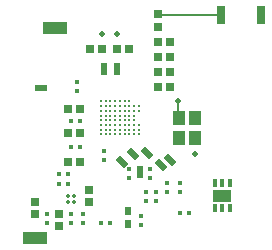
<source format=gtl>
G04 Layer_Physical_Order=1*
G04 Layer_Color=255*
%FSLAX25Y25*%
%MOIN*%
G70*
G01*
G75*
%ADD10R,0.02835X0.02835*%
G04:AMPARAMS|DCode=11|XSize=19.68mil|YSize=39.37mil|CornerRadius=0mil|HoleSize=0mil|Usage=FLASHONLY|Rotation=45.000|XOffset=0mil|YOffset=0mil|HoleType=Round|Shape=Rectangle|*
%AMROTATEDRECTD11*
4,1,4,0.00696,-0.02088,-0.02088,0.00696,-0.00696,0.02088,0.02088,-0.00696,0.00696,-0.02088,0.0*
%
%ADD11ROTATEDRECTD11*%

%ADD12R,0.02559X0.02559*%
%ADD13R,0.02559X0.02559*%
%ADD14R,0.01378X0.01378*%
%ADD15R,0.01378X0.01378*%
%ADD16R,0.02913X0.02874*%
%ADD17R,0.02874X0.02913*%
%ADD18R,0.02835X0.02835*%
%ADD19C,0.01968*%
%ADD20R,0.01968X0.02756*%
%ADD21R,0.01968X0.03937*%
%ADD22R,0.03937X0.01968*%
%ADD23R,0.02913X0.05905*%
%ADD24R,0.07874X0.03937*%
%ADD25C,0.00827*%
%ADD26R,0.04331X0.04724*%
%ADD27R,0.06299X0.03937*%
%ADD28R,0.01181X0.02756*%
%ADD29C,0.01339*%
%ADD30C,0.00701*%
%ADD31C,0.00800*%
%ADD32C,0.00534*%
%ADD33C,0.00701*%
D10*
X9937Y26000D02*
D03*
X-7500Y23500D02*
D03*
X-3563D02*
D03*
X-12500D02*
D03*
X-16437D02*
D03*
X6000Y26000D02*
D03*
X10000Y16000D02*
D03*
X6063D02*
D03*
X-20000Y3500D02*
D03*
X-23937D02*
D03*
X-20000Y-4500D02*
D03*
X-23937D02*
D03*
D11*
X-6000Y-14000D02*
D03*
X2500Y-11000D02*
D03*
X-2283Y-11591D02*
D03*
X10000Y-13500D02*
D03*
X7121Y-15118D02*
D03*
D12*
X9937Y11000D02*
D03*
X6000D02*
D03*
D13*
X-17000Y-23563D02*
D03*
Y-27500D02*
D03*
D14*
X-3500Y-19500D02*
D03*
Y-16500D02*
D03*
X13500Y-21000D02*
D03*
Y-24000D02*
D03*
X-19000Y-31500D02*
D03*
Y-34500D02*
D03*
X9000Y-24000D02*
D03*
Y-21000D02*
D03*
X500Y-35000D02*
D03*
Y-32000D02*
D03*
X3500Y-16500D02*
D03*
Y-19500D02*
D03*
X-31000Y-31500D02*
D03*
Y-34500D02*
D03*
X-23000D02*
D03*
Y-31500D02*
D03*
X2000Y-24000D02*
D03*
Y-27000D02*
D03*
X5500D02*
D03*
Y-24000D02*
D03*
X-12000Y-10500D02*
D03*
Y-13500D02*
D03*
X-21000Y12500D02*
D03*
Y9500D02*
D03*
D15*
X-13000Y-34500D02*
D03*
X-10000D02*
D03*
X13500Y-31000D02*
D03*
X16500D02*
D03*
X-27000Y-18000D02*
D03*
X-24000D02*
D03*
X-27000Y-21500D02*
D03*
X-24000D02*
D03*
X-20000Y-9000D02*
D03*
X-23000D02*
D03*
Y-500D02*
D03*
X-20000D02*
D03*
D16*
X6000Y35055D02*
D03*
Y31000D02*
D03*
D17*
X-20000Y-14000D02*
D03*
X-24055D02*
D03*
X6000Y21000D02*
D03*
X10055D02*
D03*
D18*
X-27000Y-31500D02*
D03*
Y-35437D02*
D03*
X-35000Y-31500D02*
D03*
Y-27563D02*
D03*
D19*
X18500Y-11500D02*
D03*
X12711Y6328D02*
D03*
X-7500Y28500D02*
D03*
X-12500D02*
D03*
D20*
X-4000Y-30500D02*
D03*
Y-34665D02*
D03*
D21*
X96Y-17335D02*
D03*
X-7500Y17000D02*
D03*
X-11840D02*
D03*
D22*
X-33000Y10500D02*
D03*
D23*
X27000Y35000D02*
D03*
X40410D02*
D03*
D24*
X-28370Y30604D02*
D03*
X-35000Y-39500D02*
D03*
D25*
X-12919Y-4955D02*
D03*
Y-3380D02*
D03*
Y-1805D02*
D03*
Y-231D02*
D03*
Y1344D02*
D03*
Y2919D02*
D03*
Y4494D02*
D03*
Y6069D02*
D03*
X-11344Y-4955D02*
D03*
X-11344Y-3380D02*
D03*
X-11344Y-1805D02*
D03*
X-11344Y-231D02*
D03*
Y1344D02*
D03*
X-11344Y2919D02*
D03*
X-11344Y4494D02*
D03*
X-11344Y6069D02*
D03*
X-9770Y-4955D02*
D03*
Y-3380D02*
D03*
Y-1805D02*
D03*
Y-231D02*
D03*
Y1344D02*
D03*
Y2919D02*
D03*
Y4494D02*
D03*
Y6069D02*
D03*
X-8195Y-4955D02*
D03*
X-8195Y-3380D02*
D03*
X-8195Y-1805D02*
D03*
X-8195Y-231D02*
D03*
Y1344D02*
D03*
X-8195Y2919D02*
D03*
X-8195Y4494D02*
D03*
X-8195Y6069D02*
D03*
X-6620Y-4955D02*
D03*
Y-3380D02*
D03*
Y-1805D02*
D03*
Y-231D02*
D03*
Y1344D02*
D03*
Y2919D02*
D03*
Y4494D02*
D03*
Y6069D02*
D03*
X-5045Y-4955D02*
D03*
Y-3380D02*
D03*
Y-1805D02*
D03*
Y-231D02*
D03*
Y1344D02*
D03*
Y2919D02*
D03*
Y4494D02*
D03*
Y6069D02*
D03*
X-3471Y-4955D02*
D03*
Y-3380D02*
D03*
Y-1805D02*
D03*
Y-231D02*
D03*
Y1344D02*
D03*
Y2919D02*
D03*
Y4494D02*
D03*
Y6069D02*
D03*
X-1896Y-4955D02*
D03*
Y-3380D02*
D03*
Y-1805D02*
D03*
Y-231D02*
D03*
Y1344D02*
D03*
Y2919D02*
D03*
Y4494D02*
D03*
X-321Y-4955D02*
D03*
Y-3380D02*
D03*
Y-1805D02*
D03*
Y2919D02*
D03*
Y4494D02*
D03*
D26*
X18500Y693D02*
D03*
Y-6000D02*
D03*
X12988D02*
D03*
Y693D02*
D03*
D27*
X27500Y-25366D02*
D03*
D28*
X24941Y-29500D02*
D03*
X27500D02*
D03*
X30059D02*
D03*
X24941Y-21232D02*
D03*
X27500D02*
D03*
X30059D02*
D03*
D29*
X-23968Y-27500D02*
D03*
Y-25532D02*
D03*
X-22000Y-27500D02*
D03*
Y-25532D02*
D03*
D30*
X12988Y500D02*
X13000D01*
X12935D02*
X12988D01*
X12865Y570D02*
X12935Y500D01*
X12711Y724D02*
X12865Y570D01*
X12711Y724D02*
Y6328D01*
D31*
X6028Y35028D02*
X6055Y35000D01*
X6000Y35055D02*
X6028Y35028D01*
X6055Y35000D02*
X27000D01*
D32*
X10000Y26000D02*
D03*
X-27451Y30078D02*
D03*
X-3666Y23508D02*
D03*
X-35012Y-27113D02*
D03*
X25855Y-26424D02*
D03*
X25716Y-24717D02*
D03*
X29053Y-26310D02*
D03*
X29496Y-24528D02*
D03*
X-2283Y-11591D02*
D03*
X-22981Y-8839D02*
D03*
X-12919Y-231D02*
D03*
X-44159Y-12830D02*
D03*
X-24435Y3453D02*
D03*
X-20000Y-4500D02*
D03*
Y-500D02*
D03*
Y-9000D02*
D03*
X-23937Y-4500D02*
D03*
X-23000Y-500D02*
D03*
X-20000Y3500D02*
D03*
X-3500Y-19500D02*
D03*
X9000Y-24000D02*
D03*
X13500D02*
D03*
Y-31000D02*
D03*
X27500Y-29500D02*
D03*
X-33000Y10500D02*
D03*
X3500Y-19500D02*
D03*
X-3500Y-16500D02*
D03*
X-4000Y-35000D02*
D03*
Y-30500D02*
D03*
X-7500Y17000D02*
D03*
Y23500D02*
D03*
Y28500D02*
D03*
X-35000Y-31500D02*
D03*
X-31000D02*
D03*
X-27000D02*
D03*
X-23000D02*
D03*
X-19000D02*
D03*
X-17000Y-27500D02*
D03*
X-22000Y-25500D02*
D03*
X-24000Y-27500D02*
D03*
Y-18000D02*
D03*
Y-14000D02*
D03*
X-27000Y-21500D02*
D03*
Y-18000D02*
D03*
X-21000Y9500D02*
D03*
Y12500D02*
D03*
X-12000Y-10500D02*
D03*
Y-13500D02*
D03*
X-19000Y-34500D02*
D03*
X-13000D02*
D03*
X-23000D02*
D03*
X500Y-35000D02*
D03*
Y-32000D02*
D03*
X-10000Y-34500D02*
D03*
X16500Y-31000D02*
D03*
X30000Y-29500D02*
D03*
X25000D02*
D03*
X13500Y-21000D02*
D03*
X25000D02*
D03*
X27500D02*
D03*
X30000D02*
D03*
X9000D02*
D03*
X7000Y-15000D02*
D03*
X2500Y-11000D02*
D03*
X-6000Y-14000D02*
D03*
X10000Y-13500D02*
D03*
X13000Y500D02*
D03*
X3500Y-16500D02*
D03*
X-20000Y-14000D02*
D03*
X-24000Y-21500D02*
D03*
Y-25500D02*
D03*
X-22000Y-27500D02*
D03*
X-17000Y-23500D02*
D03*
X-35000Y-39500D02*
D03*
X-27000Y-35500D02*
D03*
X-31000Y-34500D02*
D03*
X2000Y-24000D02*
D03*
Y-27000D02*
D03*
X5500D02*
D03*
Y-24000D02*
D03*
X18500Y500D02*
D03*
Y-6000D02*
D03*
X0Y-17500D02*
D03*
X-12500Y28500D02*
D03*
X-12000Y17000D02*
D03*
X13000Y-6000D02*
D03*
X-16500Y23500D02*
D03*
X-12500D02*
D03*
X18500Y-11500D02*
D03*
X6000Y11000D02*
D03*
X10000D02*
D03*
Y16000D02*
D03*
X6000D02*
D03*
X10000Y21000D02*
D03*
X6000D02*
D03*
Y26000D02*
D03*
Y31000D02*
D03*
Y35000D02*
D03*
X27000D02*
D03*
D33*
X-8195Y-4955D02*
D03*
X-11344D02*
D03*
X-9770Y-4955D02*
D03*
X-1896Y-4955D02*
D03*
X-321D02*
D03*
X-12919Y1344D02*
D03*
X-3471Y-231D02*
D03*
X-1896Y2919D02*
D03*
X-321Y2919D02*
D03*
X-1896Y4494D02*
D03*
X-3471D02*
D03*
X-3471Y2919D02*
D03*
X-5045Y2919D02*
D03*
X-6620Y6069D02*
D03*
X-9770Y4494D02*
D03*
X-8195Y2919D02*
D03*
X-12919Y-4955D02*
D03*
Y-3380D02*
D03*
X-11345Y-3380D02*
D03*
X-8195D02*
D03*
X-3470Y1344D02*
D03*
X-1896Y1344D02*
D03*
X-1896Y-231D02*
D03*
X-321Y-1805D02*
D03*
X-1896D02*
D03*
X-3471Y-3380D02*
D03*
X-5045Y-3380D02*
D03*
X-5045Y-4955D02*
D03*
X-3471Y-4955D02*
D03*
X-11345Y6069D02*
D03*
X-3471D02*
D03*
X-5045Y4494D02*
D03*
Y6069D02*
D03*
X-12919Y6069D02*
D03*
Y2919D02*
D03*
X-11345Y4494D02*
D03*
X-12920D02*
D03*
M02*

</source>
